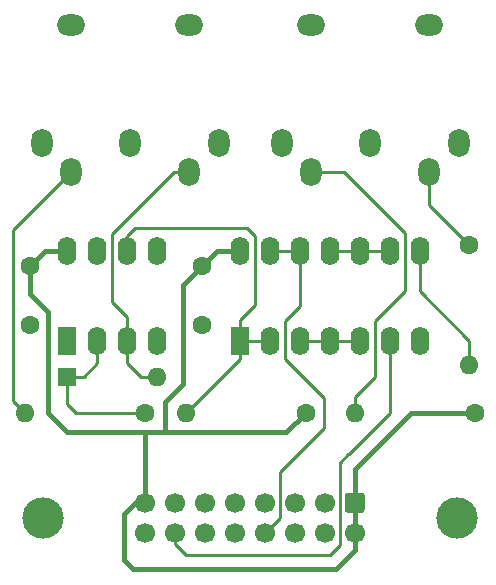
<source format=gtl>
G04 #@! TF.GenerationSoftware,KiCad,Pcbnew,(5.1.8)-1*
G04 #@! TF.CreationDate,2022-02-10T23:24:44+01:00*
G04 #@! TF.ProjectId,BulkyMIDI-32 Gameport IDC,42756c6b-794d-4494-9449-2d3332204761,rev?*
G04 #@! TF.SameCoordinates,Original*
G04 #@! TF.FileFunction,Copper,L1,Top*
G04 #@! TF.FilePolarity,Positive*
%FSLAX46Y46*%
G04 Gerber Fmt 4.6, Leading zero omitted, Abs format (unit mm)*
G04 Created by KiCad (PCBNEW (5.1.8)-1) date 2022-02-10 23:24:44*
%MOMM*%
%LPD*%
G01*
G04 APERTURE LIST*
G04 #@! TA.AperFunction,ComponentPad*
%ADD10O,1.800000X2.400000*%
G04 #@! TD*
G04 #@! TA.AperFunction,WasherPad*
%ADD11O,2.400000X1.800000*%
G04 #@! TD*
G04 #@! TA.AperFunction,ComponentPad*
%ADD12R,1.600000X1.600000*%
G04 #@! TD*
G04 #@! TA.AperFunction,ComponentPad*
%ADD13O,1.600000X1.600000*%
G04 #@! TD*
G04 #@! TA.AperFunction,ComponentPad*
%ADD14C,1.600000*%
G04 #@! TD*
G04 #@! TA.AperFunction,ComponentPad*
%ADD15R,1.600000X2.400000*%
G04 #@! TD*
G04 #@! TA.AperFunction,ComponentPad*
%ADD16O,1.600000X2.400000*%
G04 #@! TD*
G04 #@! TA.AperFunction,ComponentPad*
%ADD17C,1.700000*%
G04 #@! TD*
G04 #@! TA.AperFunction,WasherPad*
%ADD18C,3.500000*%
G04 #@! TD*
G04 #@! TA.AperFunction,Conductor*
%ADD19C,0.381000*%
G04 #@! TD*
G04 #@! TA.AperFunction,Conductor*
%ADD20C,0.250000*%
G04 #@! TD*
G04 APERTURE END LIST*
D10*
X107950000Y-79756000D03*
D11*
X102950000Y-69756000D03*
X112950000Y-69756000D03*
D10*
X100450000Y-79756000D03*
X115450000Y-79756000D03*
X102950000Y-82256000D03*
X112950000Y-82256000D03*
X128270000Y-79756000D03*
D11*
X123270000Y-69756000D03*
X133270000Y-69756000D03*
D10*
X120770000Y-79756000D03*
X135770000Y-79756000D03*
X123270000Y-82256000D03*
X133270000Y-82256000D03*
D12*
X102616000Y-99568000D03*
D13*
X110236000Y-99568000D03*
X112649000Y-102616000D03*
D14*
X122809000Y-102616000D03*
X137160000Y-102616000D03*
D13*
X127000000Y-102616000D03*
X136652000Y-98552000D03*
D14*
X136652000Y-88392000D03*
X109220000Y-102616000D03*
D13*
X99060000Y-102616000D03*
D15*
X102616000Y-96520000D03*
D16*
X110236000Y-88900000D03*
X105156000Y-96520000D03*
X107696000Y-88900000D03*
X107696000Y-96520000D03*
X105156000Y-88900000D03*
X110236000Y-96520000D03*
X102616000Y-88900000D03*
D15*
X117221000Y-96520000D03*
D16*
X132461000Y-88900000D03*
X119761000Y-96520000D03*
X129921000Y-88900000D03*
X122301000Y-96520000D03*
X127381000Y-88900000D03*
X124841000Y-96520000D03*
X124841000Y-88900000D03*
X127381000Y-96520000D03*
X122301000Y-88900000D03*
X129921000Y-96520000D03*
X119761000Y-88900000D03*
X132461000Y-96520000D03*
X117221000Y-88900000D03*
D14*
X99441000Y-90170000D03*
X99441000Y-95170000D03*
X114046000Y-95170000D03*
X114046000Y-90170000D03*
G04 #@! TA.AperFunction,ComponentPad*
G36*
G01*
X126349200Y-109386000D02*
X127549200Y-109386000D01*
G75*
G02*
X127799200Y-109636000I0J-250000D01*
G01*
X127799200Y-110836000D01*
G75*
G02*
X127549200Y-111086000I-250000J0D01*
G01*
X126349200Y-111086000D01*
G75*
G02*
X126099200Y-110836000I0J250000D01*
G01*
X126099200Y-109636000D01*
G75*
G02*
X126349200Y-109386000I250000J0D01*
G01*
G37*
G04 #@! TD.AperFunction*
D17*
X124409200Y-110236000D03*
X121869200Y-110236000D03*
X119329200Y-110236000D03*
X116789200Y-110236000D03*
X114249200Y-110236000D03*
X111709200Y-110236000D03*
X109169200Y-110236000D03*
X126949200Y-112776000D03*
X124409200Y-112776000D03*
X121869200Y-112776000D03*
X119329200Y-112776000D03*
X116789200Y-112776000D03*
X114249200Y-112776000D03*
X111709200Y-112776000D03*
X109169200Y-112776000D03*
D18*
X100533200Y-111506000D03*
X135636000Y-111506000D03*
D19*
X100711000Y-88900000D02*
X99441000Y-90170000D01*
X102616000Y-88900000D02*
X100711000Y-88900000D01*
X121158000Y-104267000D02*
X122809000Y-102616000D01*
X110871000Y-104267000D02*
X121158000Y-104267000D01*
X110871000Y-101727000D02*
X110871000Y-104267000D01*
X112395000Y-100203000D02*
X110871000Y-101727000D01*
X112395000Y-91821000D02*
X112395000Y-100203000D01*
X114046000Y-90170000D02*
X112395000Y-91821000D01*
X115316000Y-88900000D02*
X114046000Y-90170000D01*
X117221000Y-88900000D02*
X115316000Y-88900000D01*
X99441000Y-92583000D02*
X99441000Y-90170000D01*
X100965000Y-94107000D02*
X99441000Y-92583000D01*
X100965000Y-102616000D02*
X100965000Y-94107000D01*
X102616000Y-104267000D02*
X100965000Y-102616000D01*
X110871000Y-104267000D02*
X109245400Y-104267000D01*
X109169200Y-104394000D02*
X109042200Y-104267000D01*
X109169200Y-110236000D02*
X109169200Y-104394000D01*
X109042200Y-104267000D02*
X102616000Y-104267000D01*
X109245400Y-104267000D02*
X109042200Y-104267000D01*
X126949200Y-112776000D02*
X126949200Y-110236000D01*
X131699000Y-102616000D02*
X137160000Y-102616000D01*
X126949200Y-107365800D02*
X131699000Y-102616000D01*
X126949200Y-110236000D02*
X126949200Y-107365800D01*
X108356400Y-110236000D02*
X109169200Y-110236000D01*
X107442000Y-111150400D02*
X108356400Y-110236000D01*
X107442000Y-115062000D02*
X107442000Y-111150400D01*
X108204000Y-115824000D02*
X107442000Y-115062000D01*
X125374400Y-115824000D02*
X108204000Y-115824000D01*
X126949200Y-114249200D02*
X125374400Y-115824000D01*
X126949200Y-112776000D02*
X126949200Y-114249200D01*
D20*
X102616000Y-99568000D02*
X102616000Y-101854000D01*
X103378000Y-102616000D02*
X109220000Y-102616000D01*
X102616000Y-101854000D02*
X103378000Y-102616000D01*
X104013000Y-99568000D02*
X102616000Y-99568000D01*
X105156000Y-98425000D02*
X104013000Y-99568000D01*
X105156000Y-96520000D02*
X105156000Y-98425000D01*
X108839000Y-99568000D02*
X110236000Y-99568000D01*
X107696000Y-98425000D02*
X108839000Y-99568000D01*
X107696000Y-96520000D02*
X107696000Y-98425000D01*
X107696000Y-94488000D02*
X107696000Y-96520000D01*
X106426000Y-93218000D02*
X107696000Y-94488000D01*
X106426000Y-87503000D02*
X106426000Y-93218000D01*
X111673000Y-82256000D02*
X106426000Y-87503000D01*
X112950000Y-82256000D02*
X111673000Y-82256000D01*
X133270000Y-85010000D02*
X133270000Y-82256000D01*
X136652000Y-88392000D02*
X133270000Y-85010000D01*
X126071000Y-82256000D02*
X123270000Y-82256000D01*
X131191000Y-87376000D02*
X126071000Y-82256000D01*
X128651000Y-94869000D02*
X131191000Y-92329000D01*
X128651000Y-99593400D02*
X128651000Y-94869000D01*
X131191000Y-92329000D02*
X131191000Y-87376000D01*
X127000000Y-101244400D02*
X128651000Y-99593400D01*
X127000000Y-102616000D02*
X127000000Y-101244400D01*
X98044000Y-87162000D02*
X102950000Y-82256000D01*
X98044000Y-101600000D02*
X98044000Y-87162000D01*
X99060000Y-102616000D02*
X98044000Y-101600000D01*
X117221000Y-96520000D02*
X119761000Y-96520000D01*
X117221000Y-98044000D02*
X112649000Y-102616000D01*
X117221000Y-96520000D02*
X117221000Y-98044000D01*
X117221000Y-94742000D02*
X117221000Y-96520000D01*
X118491000Y-93472000D02*
X117221000Y-94742000D01*
X118491000Y-87630000D02*
X118491000Y-93472000D01*
X117856000Y-86995000D02*
X118491000Y-87630000D01*
X108331000Y-86995000D02*
X117856000Y-86995000D01*
X107696000Y-87630000D02*
X108331000Y-86995000D01*
X107696000Y-88900000D02*
X107696000Y-87630000D01*
X122301000Y-88900000D02*
X119761000Y-88900000D01*
X122301000Y-93599000D02*
X122301000Y-88900000D01*
X124333000Y-101346000D02*
X121031000Y-98044000D01*
X124333000Y-103860600D02*
X124333000Y-101346000D01*
X120599200Y-107594400D02*
X124333000Y-103860600D01*
X120599200Y-111506000D02*
X120599200Y-107594400D01*
X121031000Y-94869000D02*
X122301000Y-93599000D01*
X121031000Y-98044000D02*
X121031000Y-94869000D01*
X119329200Y-112776000D02*
X120599200Y-111506000D01*
X111709200Y-113741200D02*
X111709200Y-112776000D01*
X112623600Y-114655600D02*
X111709200Y-113741200D01*
X124866400Y-114655600D02*
X112623600Y-114655600D01*
X125679200Y-113842800D02*
X124866400Y-114655600D01*
X125679200Y-106832400D02*
X125679200Y-113842800D01*
X126412200Y-106099400D02*
X125679200Y-106832400D01*
X126437600Y-106099400D02*
X126412200Y-106099400D01*
X129921000Y-102616000D02*
X126437600Y-106099400D01*
X129921000Y-96520000D02*
X129921000Y-102616000D01*
X136652000Y-96520000D02*
X136652000Y-98552000D01*
X132461000Y-92329000D02*
X136652000Y-96520000D01*
X132461000Y-88900000D02*
X132461000Y-92329000D01*
X129921000Y-88900000D02*
X127381000Y-88900000D01*
X124841000Y-88900000D02*
X127381000Y-88900000D01*
X122301000Y-96520000D02*
X124841000Y-96520000D01*
X124841000Y-96520000D02*
X127381000Y-96520000D01*
M02*

</source>
